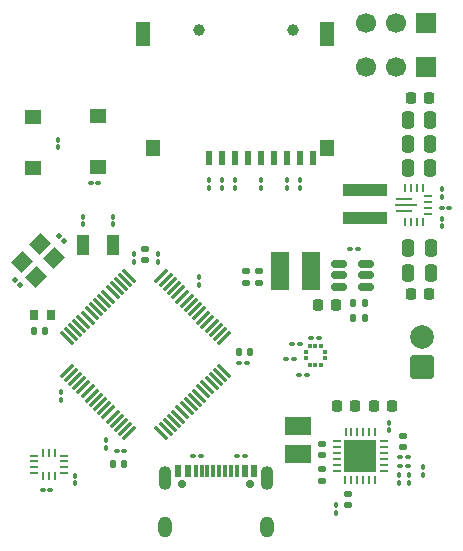
<source format=gbr>
%TF.GenerationSoftware,KiCad,Pcbnew,9.0.6*%
%TF.CreationDate,2025-12-31T22:25:04-08:00*%
%TF.ProjectId,SimpleFlightController,53696d70-6c65-4466-9c69-676874436f6e,rev?*%
%TF.SameCoordinates,Original*%
%TF.FileFunction,Soldermask,Top*%
%TF.FilePolarity,Negative*%
%FSLAX46Y46*%
G04 Gerber Fmt 4.6, Leading zero omitted, Abs format (unit mm)*
G04 Created by KiCad (PCBNEW 9.0.6) date 2025-12-31 22:25:04*
%MOMM*%
%LPD*%
G01*
G04 APERTURE LIST*
G04 Aperture macros list*
%AMRoundRect*
0 Rectangle with rounded corners*
0 $1 Rounding radius*
0 $2 $3 $4 $5 $6 $7 $8 $9 X,Y pos of 4 corners*
0 Add a 4 corners polygon primitive as box body*
4,1,4,$2,$3,$4,$5,$6,$7,$8,$9,$2,$3,0*
0 Add four circle primitives for the rounded corners*
1,1,$1+$1,$2,$3*
1,1,$1+$1,$4,$5*
1,1,$1+$1,$6,$7*
1,1,$1+$1,$8,$9*
0 Add four rect primitives between the rounded corners*
20,1,$1+$1,$2,$3,$4,$5,0*
20,1,$1+$1,$4,$5,$6,$7,0*
20,1,$1+$1,$6,$7,$8,$9,0*
20,1,$1+$1,$8,$9,$2,$3,0*%
%AMRotRect*
0 Rectangle, with rotation*
0 The origin of the aperture is its center*
0 $1 length*
0 $2 width*
0 $3 Rotation angle, in degrees counterclockwise*
0 Add horizontal line*
21,1,$1,$2,0,0,$3*%
G04 Aperture macros list end*
%ADD10RoundRect,0.140000X0.170000X-0.140000X0.170000X0.140000X-0.170000X0.140000X-0.170000X-0.140000X0*%
%ADD11RoundRect,0.100000X0.162635X-0.021213X-0.021213X0.162635X-0.162635X0.021213X0.021213X-0.162635X0*%
%ADD12RoundRect,0.100000X0.100000X-0.130000X0.100000X0.130000X-0.100000X0.130000X-0.100000X-0.130000X0*%
%ADD13RotRect,1.400000X1.200000X225.000000*%
%ADD14RoundRect,0.100000X-0.130000X-0.100000X0.130000X-0.100000X0.130000X0.100000X-0.130000X0.100000X0*%
%ADD15RoundRect,0.100000X-0.100000X0.130000X-0.100000X-0.130000X0.100000X-0.130000X0.100000X0.130000X0*%
%ADD16RoundRect,0.140000X-0.170000X0.140000X-0.170000X-0.140000X0.170000X-0.140000X0.170000X0.140000X0*%
%ADD17RoundRect,0.250000X0.750000X-0.750000X0.750000X0.750000X-0.750000X0.750000X-0.750000X-0.750000X0*%
%ADD18C,2.000000*%
%ADD19RoundRect,0.140000X-0.140000X-0.170000X0.140000X-0.170000X0.140000X0.170000X-0.140000X0.170000X0*%
%ADD20C,0.700000*%
%ADD21R,0.550000X1.100000*%
%ADD22R,0.300000X1.100000*%
%ADD23O,1.100000X2.000000*%
%ADD24O,1.200000X1.800000*%
%ADD25RoundRect,0.225000X-0.225000X-0.250000X0.225000X-0.250000X0.225000X0.250000X-0.225000X0.250000X0*%
%ADD26R,0.280000X0.700000*%
%ADD27R,0.700000X0.280000*%
%ADD28R,2.800000X2.800000*%
%ADD29RoundRect,0.250000X-0.250000X-0.475000X0.250000X-0.475000X0.250000X0.475000X-0.250000X0.475000X0*%
%ADD30RoundRect,0.100000X0.130000X0.100000X-0.130000X0.100000X-0.130000X-0.100000X0.130000X-0.100000X0*%
%ADD31RoundRect,0.225000X0.225000X0.250000X-0.225000X0.250000X-0.225000X-0.250000X0.225000X-0.250000X0*%
%ADD32RoundRect,0.147500X-0.172500X0.147500X-0.172500X-0.147500X0.172500X-0.147500X0.172500X0.147500X0*%
%ADD33R,0.680000X0.280000*%
%ADD34R,0.280000X0.680000*%
%ADD35R,1.500000X3.320000*%
%ADD36RoundRect,0.140000X0.140000X0.170000X-0.140000X0.170000X-0.140000X-0.170000X0.140000X-0.170000X0*%
%ADD37R,0.700000X0.250000*%
%ADD38R,0.250000X0.700000*%
%ADD39R,1.450000X0.250000*%
%ADD40R,1.850000X0.250000*%
%ADD41R,3.800000X1.000000*%
%ADD42RoundRect,0.075000X-0.548008X0.441942X0.441942X-0.548008X0.548008X-0.441942X-0.441942X0.548008X0*%
%ADD43RoundRect,0.075000X-0.548008X-0.441942X-0.441942X-0.548008X0.548008X0.441942X0.441942X0.548008X0*%
%ADD44RoundRect,0.100000X-0.162635X0.021213X0.021213X-0.162635X0.162635X-0.021213X-0.021213X0.162635X0*%
%ADD45R,1.700000X1.700000*%
%ADD46C,1.700000*%
%ADD47R,0.800000X0.860000*%
%ADD48R,1.360000X1.230000*%
%ADD49RoundRect,0.135000X0.135000X0.185000X-0.135000X0.185000X-0.135000X-0.185000X0.135000X-0.185000X0*%
%ADD50R,2.160000X1.630000*%
%ADD51R,1.000000X1.800000*%
%ADD52C,1.000000*%
%ADD53R,0.600000X1.300000*%
%ADD54R,1.200000X1.400000*%
%ADD55R,1.200000X2.000000*%
%ADD56R,0.300000X0.300000*%
%ADD57RoundRect,0.150000X-0.512500X-0.150000X0.512500X-0.150000X0.512500X0.150000X-0.512500X0.150000X0*%
%ADD58RoundRect,0.135000X-0.135000X-0.185000X0.135000X-0.185000X0.135000X0.185000X-0.135000X0.185000X0*%
G04 APERTURE END LIST*
D10*
%TO.C,C5*%
X170440000Y-126680000D03*
X170440000Y-125720000D03*
%TD*%
D11*
%TO.C,C34*%
X144853051Y-112297416D03*
X144400503Y-111844868D03*
%TD*%
D12*
%TO.C,R6*%
X177740000Y-129020000D03*
X177740000Y-128380000D03*
%TD*%
D13*
%TO.C,X1*%
X146553554Y-108792284D03*
X144997919Y-110347919D03*
X146200000Y-111550000D03*
X147755635Y-109994365D03*
%TD*%
D14*
%TO.C,R8*%
X177020000Y-126850000D03*
X177660000Y-126850000D03*
%TD*%
D12*
%TO.C,C24*%
X154450000Y-110320000D03*
X154450000Y-109680000D03*
%TD*%
D15*
%TO.C,R20*%
X163000000Y-103405000D03*
X163000000Y-104045000D03*
%TD*%
%TO.C,C27*%
X148300000Y-121330000D03*
X148300000Y-121970000D03*
%TD*%
D16*
%TO.C,C1*%
X170440000Y-127870000D03*
X170440000Y-128830000D03*
%TD*%
D17*
%TO.C,J1*%
X178850000Y-119190000D03*
D18*
X178850000Y-116650000D03*
%TD*%
D19*
%TO.C,C28*%
X146020000Y-116200000D03*
X146980000Y-116200000D03*
%TD*%
D20*
%TO.C,USB1*%
X158563434Y-129096569D03*
X164343434Y-129096569D03*
D21*
X158253434Y-128016569D03*
X159053434Y-128016569D03*
D22*
X159703434Y-128016569D03*
X160203434Y-128016569D03*
X160703434Y-128016569D03*
X161203434Y-128016569D03*
X161703434Y-128016569D03*
X162203434Y-128016569D03*
X162703434Y-128016569D03*
X163203434Y-128016569D03*
D21*
X163853434Y-128016569D03*
X164653434Y-128016569D03*
D23*
X157133434Y-128566569D03*
D24*
X157133434Y-132776569D03*
D23*
X165773434Y-128566569D03*
D24*
X165773434Y-132776569D03*
%TD*%
D25*
%TO.C,C9*%
X177900000Y-113025000D03*
X179450000Y-113025000D03*
%TD*%
D26*
%TO.C,U1*%
X172390000Y-128750000D03*
X172890000Y-128750000D03*
X173390000Y-128750000D03*
X173890000Y-128750000D03*
X174390000Y-128750000D03*
X174890000Y-128750000D03*
D27*
X175640000Y-128000000D03*
X175640000Y-127500000D03*
X175640000Y-127000000D03*
X175640000Y-126500000D03*
X175640000Y-126000000D03*
X175640000Y-125500000D03*
D26*
X174890000Y-124750000D03*
X174390000Y-124750000D03*
X173890000Y-124750000D03*
X173390000Y-124750000D03*
X172890000Y-124750000D03*
X172400000Y-124750000D03*
D27*
X171640000Y-125500000D03*
X171640000Y-126000000D03*
X171640000Y-126500000D03*
X171640000Y-127000000D03*
X171640000Y-127500000D03*
X171640000Y-128000000D03*
D28*
X173650000Y-126750000D03*
%TD*%
D14*
%TO.C,C19*%
X169480000Y-116725000D03*
X170120000Y-116725000D03*
%TD*%
D19*
%TO.C,C31*%
X163390000Y-117900000D03*
X164350000Y-117900000D03*
%TD*%
D29*
%TO.C,C8*%
X177725000Y-109175000D03*
X179625000Y-109175000D03*
%TD*%
%TO.C,C7*%
X177725000Y-111225000D03*
X179625000Y-111225000D03*
%TD*%
D30*
%TO.C,C26*%
X153670000Y-126350000D03*
X153030000Y-126350000D03*
%TD*%
D31*
%TO.C,C6*%
X173215000Y-122550000D03*
X171665000Y-122550000D03*
%TD*%
D32*
%TO.C,D1*%
X172640000Y-129947500D03*
X172640000Y-130917500D03*
%TD*%
D29*
%TO.C,C10*%
X177675000Y-98275000D03*
X179575000Y-98275000D03*
%TD*%
D30*
%TO.C,R9*%
X169095000Y-119850000D03*
X168455000Y-119850000D03*
%TD*%
D33*
%TO.C,U2*%
X146040000Y-126710000D03*
X146040000Y-127210000D03*
X146040000Y-127710000D03*
X146040000Y-128210000D03*
D34*
X146800000Y-128470000D03*
X147300000Y-128470000D03*
X147800000Y-128470000D03*
D33*
X148560000Y-128210000D03*
X148560000Y-127710000D03*
X148560000Y-127210000D03*
X148560000Y-126710000D03*
D34*
X147800000Y-126450000D03*
X147300000Y-126450000D03*
X146800000Y-126450000D03*
%TD*%
D35*
%TO.C,L7*%
X169480000Y-111100000D03*
X166820000Y-111100000D03*
%TD*%
D15*
%TO.C,R7*%
X171625000Y-130930000D03*
X171625000Y-131570000D03*
%TD*%
%TO.C,R12*%
X180525000Y-106650000D03*
X180525000Y-107290000D03*
%TD*%
D36*
%TO.C,C30*%
X153630000Y-127400000D03*
X152670000Y-127400000D03*
%TD*%
D10*
%TO.C,C3*%
X177240000Y-125980000D03*
X177240000Y-125020000D03*
%TD*%
D12*
%TO.C,R4*%
X178940000Y-128320000D03*
X178940000Y-127680000D03*
%TD*%
D14*
%TO.C,R3*%
X177030000Y-127600000D03*
X177670000Y-127600000D03*
%TD*%
D25*
%TO.C,C12*%
X177900000Y-96425000D03*
X179450000Y-96425000D03*
%TD*%
D15*
%TO.C,C32*%
X152150000Y-125430000D03*
X152150000Y-126070000D03*
%TD*%
D37*
%TO.C,U5*%
X179375000Y-106225000D03*
X179375000Y-105725000D03*
X179375000Y-105225000D03*
X179375000Y-104725000D03*
D38*
X178925000Y-104025000D03*
X178425000Y-104025000D03*
X177925000Y-104025000D03*
X177425000Y-104025000D03*
D39*
X177335000Y-104975000D03*
D40*
X177535000Y-105475000D03*
D39*
X177335000Y-105975000D03*
D38*
X177425000Y-106925000D03*
X177925000Y-106925000D03*
X178425000Y-106925000D03*
X178925000Y-106925000D03*
%TD*%
D41*
%TO.C,L6*%
X174025000Y-104225000D03*
X174025000Y-106625000D03*
%TD*%
D14*
%TO.C,R2*%
X163233434Y-126729069D03*
X163873434Y-126729069D03*
%TD*%
D42*
%TO.C,U3*%
X154088819Y-111485519D03*
X153735266Y-111839072D03*
X153381713Y-112192625D03*
X153028159Y-112546179D03*
X152674606Y-112899732D03*
X152321052Y-113253286D03*
X151967499Y-113606839D03*
X151613946Y-113960392D03*
X151260392Y-114313946D03*
X150906839Y-114667499D03*
X150553286Y-115021052D03*
X150199732Y-115374606D03*
X149846179Y-115728159D03*
X149492625Y-116081713D03*
X149139072Y-116435266D03*
X148785519Y-116788819D03*
D43*
X148785519Y-119511181D03*
X149139072Y-119864734D03*
X149492625Y-120218287D03*
X149846179Y-120571841D03*
X150199732Y-120925394D03*
X150553286Y-121278948D03*
X150906839Y-121632501D03*
X151260392Y-121986054D03*
X151613946Y-122339608D03*
X151967499Y-122693161D03*
X152321052Y-123046714D03*
X152674606Y-123400268D03*
X153028159Y-123753821D03*
X153381713Y-124107375D03*
X153735266Y-124460928D03*
X154088819Y-124814481D03*
D42*
X156811181Y-124814481D03*
X157164734Y-124460928D03*
X157518287Y-124107375D03*
X157871841Y-123753821D03*
X158225394Y-123400268D03*
X158578948Y-123046714D03*
X158932501Y-122693161D03*
X159286054Y-122339608D03*
X159639608Y-121986054D03*
X159993161Y-121632501D03*
X160346714Y-121278948D03*
X160700268Y-120925394D03*
X161053821Y-120571841D03*
X161407375Y-120218287D03*
X161760928Y-119864734D03*
X162114481Y-119511181D03*
D43*
X162114481Y-116788819D03*
X161760928Y-116435266D03*
X161407375Y-116081713D03*
X161053821Y-115728159D03*
X160700268Y-115374606D03*
X160346714Y-115021052D03*
X159993161Y-114667499D03*
X159639608Y-114313946D03*
X159286054Y-113960392D03*
X158932501Y-113606839D03*
X158578948Y-113253286D03*
X158225394Y-112899732D03*
X157871841Y-112546179D03*
X157518287Y-112192625D03*
X157164734Y-111839072D03*
X156811181Y-111485519D03*
%TD*%
D44*
%TO.C,C33*%
X148100503Y-108094868D03*
X148553051Y-108547416D03*
%TD*%
D45*
%TO.C,J3*%
X179175000Y-93775000D03*
D46*
X176635000Y-93775000D03*
X174095000Y-93775000D03*
%TD*%
D47*
%TO.C,L4*%
X147450000Y-114800000D03*
X146050000Y-114800000D03*
%TD*%
D30*
%TO.C,C20*%
X168545000Y-117250000D03*
X167905000Y-117250000D03*
%TD*%
D15*
%TO.C,C37*%
X148070000Y-99960000D03*
X148070000Y-100600000D03*
%TD*%
%TO.C,R19*%
X161900000Y-103405000D03*
X161900000Y-104045000D03*
%TD*%
D48*
%TO.C,SW1*%
X145950000Y-98020000D03*
X145950000Y-102380000D03*
%TD*%
D15*
%TO.C,C21*%
X149500000Y-128430000D03*
X149500000Y-129070000D03*
%TD*%
%TO.C,R17*%
X168500000Y-103405000D03*
X168500000Y-104045000D03*
%TD*%
%TO.C,R18*%
X160800000Y-103405000D03*
X160800000Y-104045000D03*
%TD*%
D49*
%TO.C,R14*%
X174060000Y-113750000D03*
X173040000Y-113750000D03*
%TD*%
D50*
%TO.C,L5*%
X168390000Y-124230000D03*
X168390000Y-126570000D03*
%TD*%
D16*
%TO.C,C17*%
X164000000Y-111095000D03*
X164000000Y-112055000D03*
%TD*%
D51*
%TO.C,X2*%
X152700000Y-108850000D03*
X150200000Y-108850000D03*
%TD*%
D52*
%TO.C,Card1*%
X167990000Y-90700000D03*
X159990000Y-90700000D03*
D53*
X160800000Y-101550000D03*
X161900000Y-101550000D03*
X163000000Y-101550000D03*
X164100000Y-101550000D03*
X165200000Y-101550000D03*
X166300000Y-101550000D03*
X167400000Y-101550000D03*
X168500000Y-101550000D03*
X169600000Y-101550000D03*
D54*
X170800000Y-100700000D03*
D55*
X170800000Y-90990000D03*
X155280000Y-90990000D03*
D54*
X156120000Y-100700000D03*
%TD*%
D15*
%TO.C,C4*%
X176040000Y-123930000D03*
X176040000Y-124570000D03*
%TD*%
D12*
%TO.C,R5*%
X176940000Y-129020000D03*
X176940000Y-128380000D03*
%TD*%
D10*
%TO.C,C29*%
X155450000Y-110180000D03*
X155450000Y-109220000D03*
%TD*%
D12*
%TO.C,C35*%
X152725000Y-107135000D03*
X152725000Y-106495000D03*
%TD*%
D56*
%TO.C,U4*%
X169070000Y-117975000D03*
X169070000Y-118475000D03*
X169350000Y-119005000D03*
X169850000Y-119005000D03*
X170350000Y-119005000D03*
X170630000Y-118475000D03*
X170630000Y-117975000D03*
X170350000Y-117445000D03*
X169850000Y-117445000D03*
X169350000Y-117445000D03*
%TD*%
D12*
%TO.C,C36*%
X150175000Y-107135000D03*
X150175000Y-106495000D03*
%TD*%
D57*
%TO.C,U6*%
X171812500Y-110500000D03*
X171812500Y-111450000D03*
X171812500Y-112400000D03*
X174087500Y-112400000D03*
X174087500Y-111450000D03*
X174087500Y-110500000D03*
%TD*%
D15*
%TO.C,R21*%
X165200000Y-103405000D03*
X165200000Y-104045000D03*
%TD*%
D12*
%TO.C,C14*%
X180525000Y-104795000D03*
X180525000Y-104155000D03*
%TD*%
D58*
%TO.C,R15*%
X173040000Y-115100000D03*
X174060000Y-115100000D03*
%TD*%
D12*
%TO.C,C23*%
X156525000Y-110295000D03*
X156525000Y-109655000D03*
%TD*%
D29*
%TO.C,C11*%
X177675000Y-100325000D03*
X179575000Y-100325000D03*
%TD*%
D30*
%TO.C,R13*%
X181195000Y-105725000D03*
X180555000Y-105725000D03*
%TD*%
D14*
%TO.C,C22*%
X146770000Y-129610000D03*
X147410000Y-129610000D03*
%TD*%
%TO.C,R22*%
X150830000Y-103650000D03*
X151470000Y-103650000D03*
%TD*%
D30*
%TO.C,R1*%
X160128434Y-126779069D03*
X159488434Y-126779069D03*
%TD*%
D16*
%TO.C,C18*%
X165050000Y-111095000D03*
X165050000Y-112055000D03*
%TD*%
D12*
%TO.C,R11*%
X159950000Y-112245000D03*
X159950000Y-111605000D03*
%TD*%
D30*
%TO.C,C15*%
X173450000Y-109250000D03*
X172810000Y-109250000D03*
%TD*%
D48*
%TO.C,SW2*%
X151450000Y-97920000D03*
X151450000Y-102280000D03*
%TD*%
D29*
%TO.C,C13*%
X177675000Y-102375000D03*
X179575000Y-102375000D03*
%TD*%
D14*
%TO.C,C25*%
X163385000Y-118900000D03*
X164025000Y-118900000D03*
%TD*%
D15*
%TO.C,R16*%
X167400000Y-103405000D03*
X167400000Y-104045000D03*
%TD*%
D25*
%TO.C,C2*%
X174765000Y-122550000D03*
X176315000Y-122550000D03*
%TD*%
D30*
%TO.C,R10*%
X168020000Y-118525000D03*
X167380000Y-118525000D03*
%TD*%
D31*
%TO.C,C16*%
X171625000Y-114000000D03*
X170075000Y-114000000D03*
%TD*%
D45*
%TO.C,J2*%
X179190000Y-90100000D03*
D46*
X176650000Y-90100000D03*
X174110000Y-90100000D03*
%TD*%
M02*

</source>
